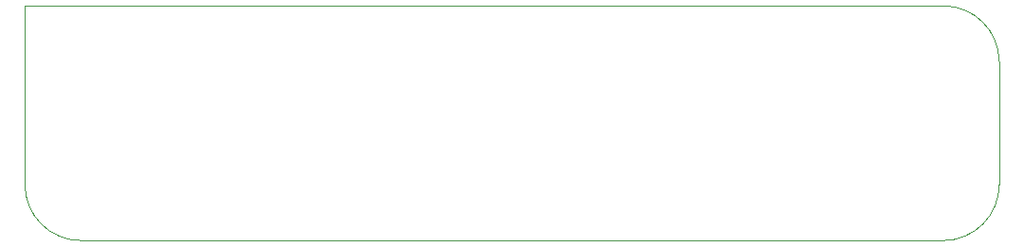
<source format=gm1>
G04 #@! TF.FileFunction,Profile,NP*
%FSLAX46Y46*%
G04 Gerber Fmt 4.6, Leading zero omitted, Abs format (unit mm)*
G04 Created by KiCad (PCBNEW 4.0.2+dfsg1-stable) date to 18. toukokuuta 2017 18.21.47*
%MOMM*%
G01*
G04 APERTURE LIST*
%ADD10C,0.100000*%
G04 APERTURE END LIST*
D10*
X106500000Y-89500000D02*
X188500000Y-89500000D01*
X106500000Y-105500000D02*
X106500000Y-89500000D01*
X193500000Y-105500000D02*
X193500000Y-94500000D01*
X111500000Y-110500000D02*
X188500000Y-110500000D01*
X193500000Y-94500000D02*
G75*
G03X188500000Y-89500000I-5000000J0D01*
G01*
X188500000Y-110500000D02*
G75*
G03X193500000Y-105500000I0J5000000D01*
G01*
X106500000Y-105500000D02*
G75*
G03X111500000Y-110500000I5000000J0D01*
G01*
M02*

</source>
